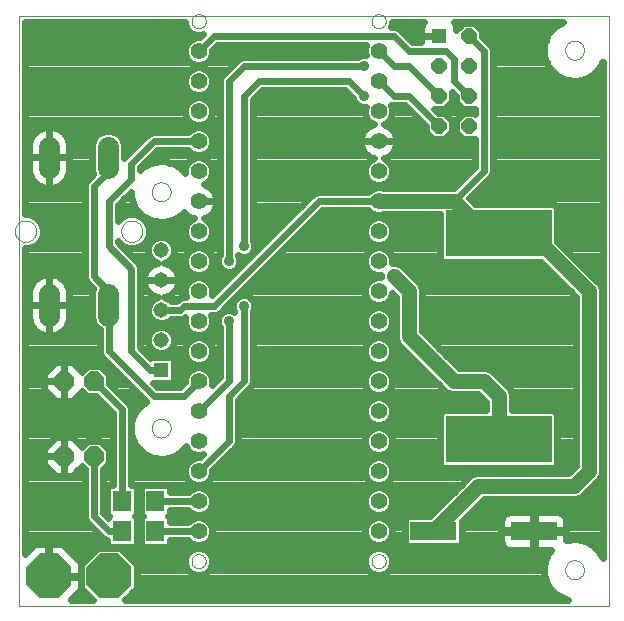
<source format=gtl>
G75*
%MOIN*%
%OFA0B0*%
%FSLAX24Y24*%
%IPPOS*%
%LPD*%
%AMOC8*
5,1,8,0,0,1.08239X$1,22.5*
%
%ADD10C,0.0000*%
%ADD11C,0.0554*%
%ADD12R,0.0515X0.0515*%
%ADD13OC8,0.0515*%
%ADD14C,0.0515*%
%ADD15OC8,0.0660*%
%ADD16R,0.0630X0.0710*%
%ADD17R,0.1535X0.0630*%
%ADD18OC8,0.1500*%
%ADD19R,0.3543X0.1575*%
%ADD20C,0.0705*%
%ADD21C,0.0240*%
%ADD22C,0.0500*%
%ADD23C,0.0356*%
D10*
X001220Y001220D02*
X001220Y020905D01*
X020905Y020905D01*
X020905Y001220D01*
X001220Y001220D01*
X006984Y002720D02*
X006986Y002750D01*
X006992Y002780D01*
X007001Y002809D01*
X007014Y002836D01*
X007031Y002861D01*
X007050Y002884D01*
X007073Y002905D01*
X007098Y002922D01*
X007124Y002936D01*
X007153Y002946D01*
X007182Y002953D01*
X007212Y002956D01*
X007243Y002955D01*
X007273Y002950D01*
X007302Y002941D01*
X007329Y002929D01*
X007355Y002914D01*
X007379Y002895D01*
X007400Y002873D01*
X007418Y002849D01*
X007433Y002822D01*
X007444Y002794D01*
X007452Y002765D01*
X007456Y002735D01*
X007456Y002705D01*
X007452Y002675D01*
X007444Y002646D01*
X007433Y002618D01*
X007418Y002591D01*
X007400Y002567D01*
X007379Y002545D01*
X007355Y002526D01*
X007329Y002511D01*
X007302Y002499D01*
X007273Y002490D01*
X007243Y002485D01*
X007212Y002484D01*
X007182Y002487D01*
X007153Y002494D01*
X007124Y002504D01*
X007098Y002518D01*
X007073Y002535D01*
X007050Y002556D01*
X007031Y002579D01*
X007014Y002604D01*
X007001Y002631D01*
X006992Y002660D01*
X006986Y002690D01*
X006984Y002720D01*
X005655Y007158D02*
X005657Y007193D01*
X005663Y007228D01*
X005673Y007262D01*
X005686Y007295D01*
X005703Y007326D01*
X005724Y007354D01*
X005747Y007381D01*
X005774Y007404D01*
X005802Y007425D01*
X005833Y007442D01*
X005866Y007455D01*
X005900Y007465D01*
X005935Y007471D01*
X005970Y007473D01*
X006005Y007471D01*
X006040Y007465D01*
X006074Y007455D01*
X006107Y007442D01*
X006138Y007425D01*
X006166Y007404D01*
X006193Y007381D01*
X006216Y007354D01*
X006237Y007326D01*
X006254Y007295D01*
X006267Y007262D01*
X006277Y007228D01*
X006283Y007193D01*
X006285Y007158D01*
X006283Y007123D01*
X006277Y007088D01*
X006267Y007054D01*
X006254Y007021D01*
X006237Y006990D01*
X006216Y006962D01*
X006193Y006935D01*
X006166Y006912D01*
X006138Y006891D01*
X006107Y006874D01*
X006074Y006861D01*
X006040Y006851D01*
X006005Y006845D01*
X005970Y006843D01*
X005935Y006845D01*
X005900Y006851D01*
X005866Y006861D01*
X005833Y006874D01*
X005802Y006891D01*
X005774Y006912D01*
X005747Y006935D01*
X005724Y006962D01*
X005703Y006990D01*
X005686Y007021D01*
X005673Y007054D01*
X005663Y007088D01*
X005657Y007123D01*
X005655Y007158D01*
X012984Y002720D02*
X012986Y002750D01*
X012992Y002780D01*
X013001Y002809D01*
X013014Y002836D01*
X013031Y002861D01*
X013050Y002884D01*
X013073Y002905D01*
X013098Y002922D01*
X013124Y002936D01*
X013153Y002946D01*
X013182Y002953D01*
X013212Y002956D01*
X013243Y002955D01*
X013273Y002950D01*
X013302Y002941D01*
X013329Y002929D01*
X013355Y002914D01*
X013379Y002895D01*
X013400Y002873D01*
X013418Y002849D01*
X013433Y002822D01*
X013444Y002794D01*
X013452Y002765D01*
X013456Y002735D01*
X013456Y002705D01*
X013452Y002675D01*
X013444Y002646D01*
X013433Y002618D01*
X013418Y002591D01*
X013400Y002567D01*
X013379Y002545D01*
X013355Y002526D01*
X013329Y002511D01*
X013302Y002499D01*
X013273Y002490D01*
X013243Y002485D01*
X013212Y002484D01*
X013182Y002487D01*
X013153Y002494D01*
X013124Y002504D01*
X013098Y002518D01*
X013073Y002535D01*
X013050Y002556D01*
X013031Y002579D01*
X013014Y002604D01*
X013001Y002631D01*
X012992Y002660D01*
X012986Y002690D01*
X012984Y002720D01*
X019435Y002434D02*
X019437Y002469D01*
X019443Y002504D01*
X019453Y002538D01*
X019466Y002571D01*
X019483Y002602D01*
X019504Y002630D01*
X019527Y002657D01*
X019554Y002680D01*
X019582Y002701D01*
X019613Y002718D01*
X019646Y002731D01*
X019680Y002741D01*
X019715Y002747D01*
X019750Y002749D01*
X019785Y002747D01*
X019820Y002741D01*
X019854Y002731D01*
X019887Y002718D01*
X019918Y002701D01*
X019946Y002680D01*
X019973Y002657D01*
X019996Y002630D01*
X020017Y002602D01*
X020034Y002571D01*
X020047Y002538D01*
X020057Y002504D01*
X020063Y002469D01*
X020065Y002434D01*
X020063Y002399D01*
X020057Y002364D01*
X020047Y002330D01*
X020034Y002297D01*
X020017Y002266D01*
X019996Y002238D01*
X019973Y002211D01*
X019946Y002188D01*
X019918Y002167D01*
X019887Y002150D01*
X019854Y002137D01*
X019820Y002127D01*
X019785Y002121D01*
X019750Y002119D01*
X019715Y002121D01*
X019680Y002127D01*
X019646Y002137D01*
X019613Y002150D01*
X019582Y002167D01*
X019554Y002188D01*
X019527Y002211D01*
X019504Y002238D01*
X019483Y002266D01*
X019466Y002297D01*
X019453Y002330D01*
X019443Y002364D01*
X019437Y002399D01*
X019435Y002434D01*
X004635Y013720D02*
X004637Y013757D01*
X004643Y013794D01*
X004652Y013830D01*
X004666Y013864D01*
X004683Y013897D01*
X004703Y013929D01*
X004726Y013958D01*
X004752Y013984D01*
X004781Y014007D01*
X004812Y014027D01*
X004846Y014044D01*
X004880Y014058D01*
X004916Y014067D01*
X004953Y014073D01*
X004990Y014075D01*
X005027Y014073D01*
X005064Y014067D01*
X005100Y014058D01*
X005134Y014044D01*
X005167Y014027D01*
X005199Y014007D01*
X005228Y013984D01*
X005254Y013958D01*
X005277Y013929D01*
X005297Y013898D01*
X005314Y013864D01*
X005328Y013830D01*
X005337Y013794D01*
X005343Y013757D01*
X005345Y013720D01*
X005343Y013683D01*
X005337Y013646D01*
X005328Y013610D01*
X005314Y013576D01*
X005297Y013543D01*
X005277Y013511D01*
X005254Y013482D01*
X005228Y013456D01*
X005199Y013433D01*
X005168Y013413D01*
X005134Y013396D01*
X005100Y013382D01*
X005064Y013373D01*
X005027Y013367D01*
X004990Y013365D01*
X004953Y013367D01*
X004916Y013373D01*
X004880Y013382D01*
X004846Y013396D01*
X004813Y013413D01*
X004781Y013433D01*
X004752Y013456D01*
X004726Y013482D01*
X004703Y013511D01*
X004683Y013542D01*
X004666Y013576D01*
X004652Y013610D01*
X004643Y013646D01*
X004637Y013683D01*
X004635Y013720D01*
X005655Y015032D02*
X005657Y015067D01*
X005663Y015102D01*
X005673Y015136D01*
X005686Y015169D01*
X005703Y015200D01*
X005724Y015228D01*
X005747Y015255D01*
X005774Y015278D01*
X005802Y015299D01*
X005833Y015316D01*
X005866Y015329D01*
X005900Y015339D01*
X005935Y015345D01*
X005970Y015347D01*
X006005Y015345D01*
X006040Y015339D01*
X006074Y015329D01*
X006107Y015316D01*
X006138Y015299D01*
X006166Y015278D01*
X006193Y015255D01*
X006216Y015228D01*
X006237Y015200D01*
X006254Y015169D01*
X006267Y015136D01*
X006277Y015102D01*
X006283Y015067D01*
X006285Y015032D01*
X006283Y014997D01*
X006277Y014962D01*
X006267Y014928D01*
X006254Y014895D01*
X006237Y014864D01*
X006216Y014836D01*
X006193Y014809D01*
X006166Y014786D01*
X006138Y014765D01*
X006107Y014748D01*
X006074Y014735D01*
X006040Y014725D01*
X006005Y014719D01*
X005970Y014717D01*
X005935Y014719D01*
X005900Y014725D01*
X005866Y014735D01*
X005833Y014748D01*
X005802Y014765D01*
X005774Y014786D01*
X005747Y014809D01*
X005724Y014836D01*
X005703Y014864D01*
X005686Y014895D01*
X005673Y014928D01*
X005663Y014962D01*
X005657Y014997D01*
X005655Y015032D01*
X001095Y013720D02*
X001097Y013757D01*
X001103Y013794D01*
X001112Y013830D01*
X001126Y013864D01*
X001143Y013897D01*
X001163Y013929D01*
X001186Y013958D01*
X001212Y013984D01*
X001241Y014007D01*
X001272Y014027D01*
X001306Y014044D01*
X001340Y014058D01*
X001376Y014067D01*
X001413Y014073D01*
X001450Y014075D01*
X001487Y014073D01*
X001524Y014067D01*
X001560Y014058D01*
X001594Y014044D01*
X001627Y014027D01*
X001659Y014007D01*
X001688Y013984D01*
X001714Y013958D01*
X001737Y013929D01*
X001757Y013898D01*
X001774Y013864D01*
X001788Y013830D01*
X001797Y013794D01*
X001803Y013757D01*
X001805Y013720D01*
X001803Y013683D01*
X001797Y013646D01*
X001788Y013610D01*
X001774Y013576D01*
X001757Y013543D01*
X001737Y013511D01*
X001714Y013482D01*
X001688Y013456D01*
X001659Y013433D01*
X001628Y013413D01*
X001594Y013396D01*
X001560Y013382D01*
X001524Y013373D01*
X001487Y013367D01*
X001450Y013365D01*
X001413Y013367D01*
X001376Y013373D01*
X001340Y013382D01*
X001306Y013396D01*
X001273Y013413D01*
X001241Y013433D01*
X001212Y013456D01*
X001186Y013482D01*
X001163Y013511D01*
X001143Y013542D01*
X001126Y013576D01*
X001112Y013610D01*
X001103Y013646D01*
X001097Y013683D01*
X001095Y013720D01*
X006984Y020720D02*
X006986Y020750D01*
X006992Y020780D01*
X007001Y020809D01*
X007014Y020836D01*
X007031Y020861D01*
X007050Y020884D01*
X007073Y020905D01*
X007098Y020922D01*
X007124Y020936D01*
X007153Y020946D01*
X007182Y020953D01*
X007212Y020956D01*
X007243Y020955D01*
X007273Y020950D01*
X007302Y020941D01*
X007329Y020929D01*
X007355Y020914D01*
X007379Y020895D01*
X007400Y020873D01*
X007418Y020849D01*
X007433Y020822D01*
X007444Y020794D01*
X007452Y020765D01*
X007456Y020735D01*
X007456Y020705D01*
X007452Y020675D01*
X007444Y020646D01*
X007433Y020618D01*
X007418Y020591D01*
X007400Y020567D01*
X007379Y020545D01*
X007355Y020526D01*
X007329Y020511D01*
X007302Y020499D01*
X007273Y020490D01*
X007243Y020485D01*
X007212Y020484D01*
X007182Y020487D01*
X007153Y020494D01*
X007124Y020504D01*
X007098Y020518D01*
X007073Y020535D01*
X007050Y020556D01*
X007031Y020579D01*
X007014Y020604D01*
X007001Y020631D01*
X006992Y020660D01*
X006986Y020690D01*
X006984Y020720D01*
X012984Y020720D02*
X012986Y020750D01*
X012992Y020780D01*
X013001Y020809D01*
X013014Y020836D01*
X013031Y020861D01*
X013050Y020884D01*
X013073Y020905D01*
X013098Y020922D01*
X013124Y020936D01*
X013153Y020946D01*
X013182Y020953D01*
X013212Y020956D01*
X013243Y020955D01*
X013273Y020950D01*
X013302Y020941D01*
X013329Y020929D01*
X013355Y020914D01*
X013379Y020895D01*
X013400Y020873D01*
X013418Y020849D01*
X013433Y020822D01*
X013444Y020794D01*
X013452Y020765D01*
X013456Y020735D01*
X013456Y020705D01*
X013452Y020675D01*
X013444Y020646D01*
X013433Y020618D01*
X013418Y020591D01*
X013400Y020567D01*
X013379Y020545D01*
X013355Y020526D01*
X013329Y020511D01*
X013302Y020499D01*
X013273Y020490D01*
X013243Y020485D01*
X013212Y020484D01*
X013182Y020487D01*
X013153Y020494D01*
X013124Y020504D01*
X013098Y020518D01*
X013073Y020535D01*
X013050Y020556D01*
X013031Y020579D01*
X013014Y020604D01*
X013001Y020631D01*
X012992Y020660D01*
X012986Y020690D01*
X012984Y020720D01*
X019435Y019756D02*
X019437Y019791D01*
X019443Y019826D01*
X019453Y019860D01*
X019466Y019893D01*
X019483Y019924D01*
X019504Y019952D01*
X019527Y019979D01*
X019554Y020002D01*
X019582Y020023D01*
X019613Y020040D01*
X019646Y020053D01*
X019680Y020063D01*
X019715Y020069D01*
X019750Y020071D01*
X019785Y020069D01*
X019820Y020063D01*
X019854Y020053D01*
X019887Y020040D01*
X019918Y020023D01*
X019946Y020002D01*
X019973Y019979D01*
X019996Y019952D01*
X020017Y019924D01*
X020034Y019893D01*
X020047Y019860D01*
X020057Y019826D01*
X020063Y019791D01*
X020065Y019756D01*
X020063Y019721D01*
X020057Y019686D01*
X020047Y019652D01*
X020034Y019619D01*
X020017Y019588D01*
X019996Y019560D01*
X019973Y019533D01*
X019946Y019510D01*
X019918Y019489D01*
X019887Y019472D01*
X019854Y019459D01*
X019820Y019449D01*
X019785Y019443D01*
X019750Y019441D01*
X019715Y019443D01*
X019680Y019449D01*
X019646Y019459D01*
X019613Y019472D01*
X019582Y019489D01*
X019554Y019510D01*
X019527Y019533D01*
X019504Y019560D01*
X019483Y019588D01*
X019466Y019619D01*
X019453Y019652D01*
X019443Y019686D01*
X019437Y019721D01*
X019435Y019756D01*
D11*
X013220Y019720D03*
X013220Y018720D03*
X013220Y017720D03*
X013220Y016720D03*
X013220Y015720D03*
X013220Y014720D03*
X013220Y013720D03*
X013220Y012720D03*
X013220Y011720D03*
X013220Y010720D03*
X013220Y009720D03*
X013220Y008720D03*
X013220Y007720D03*
X013220Y006720D03*
X013220Y005720D03*
X013220Y004720D03*
X013220Y003720D03*
X007220Y003720D03*
X007220Y004720D03*
X007220Y005720D03*
X007220Y006720D03*
X007220Y007720D03*
X007220Y008720D03*
X007220Y009720D03*
X007220Y010720D03*
X007220Y011720D03*
X007220Y012720D03*
X007220Y013720D03*
X007220Y014720D03*
X007220Y015720D03*
X007220Y016720D03*
X007220Y017720D03*
X007220Y018720D03*
X007220Y019720D03*
D12*
X015220Y020220D03*
X005970Y009095D03*
D13*
X015220Y017220D03*
X016220Y017220D03*
X016220Y018220D03*
X016220Y019220D03*
X015220Y019220D03*
X015220Y018220D03*
X016220Y020220D03*
D14*
X005970Y013095D03*
X005970Y012095D03*
X005970Y011095D03*
X005970Y010095D03*
D15*
X003720Y008720D03*
X002720Y008720D03*
X002720Y006220D03*
X003720Y006220D03*
D16*
X004660Y004720D03*
X004660Y003720D03*
X005780Y003720D03*
X005780Y004720D03*
D17*
X015047Y003720D03*
X018393Y003720D03*
D18*
X004220Y002220D03*
X002220Y002220D03*
D19*
X017220Y006779D03*
X017220Y013653D03*
D20*
X004200Y011613D02*
X004200Y010908D01*
X002240Y010908D02*
X002240Y011613D01*
X002240Y015828D02*
X002240Y016533D01*
X004200Y016533D02*
X004200Y015828D01*
D21*
X004200Y015700D02*
X003720Y015220D01*
X003720Y012220D01*
X004200Y011740D01*
X004200Y011260D01*
X004220Y011240D01*
X004220Y009720D01*
X005720Y008220D01*
X006720Y008220D01*
X007220Y008720D01*
X007608Y008979D02*
X007479Y009108D01*
X007311Y009177D01*
X007129Y009177D01*
X006961Y009108D01*
X006832Y008979D01*
X006763Y008811D01*
X006763Y008687D01*
X006596Y008520D01*
X005844Y008520D01*
X005707Y008658D01*
X006302Y008658D01*
X006407Y008763D01*
X006407Y009427D01*
X006302Y009532D01*
X005638Y009532D01*
X005610Y009504D01*
X005270Y009844D01*
X005270Y012530D01*
X005224Y012640D01*
X004520Y013344D01*
X004520Y013377D01*
X004664Y013233D01*
X004876Y013145D01*
X005104Y013145D01*
X005316Y013233D01*
X005477Y013394D01*
X005565Y013606D01*
X005565Y013834D01*
X005477Y014046D01*
X005316Y014207D01*
X005104Y014295D01*
X004876Y014295D01*
X004664Y014207D01*
X004520Y014063D01*
X004520Y014596D01*
X004962Y015038D01*
X004962Y014844D01*
X005098Y014492D01*
X005352Y014214D01*
X005352Y014214D01*
X005689Y014046D01*
X005689Y014046D01*
X006065Y014011D01*
X006427Y014114D01*
X006728Y014341D01*
X006741Y014363D01*
X006765Y014331D01*
X006831Y014265D01*
X006907Y014209D01*
X006991Y014167D01*
X007054Y014146D01*
X006961Y014108D01*
X006832Y013979D01*
X006763Y013811D01*
X006763Y013629D01*
X006832Y013461D01*
X006961Y013332D01*
X007129Y013263D01*
X007311Y013263D01*
X007479Y013332D01*
X007608Y013461D01*
X007677Y013629D01*
X007677Y013811D01*
X007608Y013979D01*
X007479Y014108D01*
X007386Y014146D01*
X007449Y014167D01*
X007533Y014209D01*
X007609Y014265D01*
X007675Y014331D01*
X007731Y014407D01*
X007773Y014491D01*
X007802Y014580D01*
X007817Y014673D01*
X007817Y014720D01*
X007817Y014767D01*
X007802Y014860D01*
X007773Y014949D01*
X007731Y015033D01*
X007675Y015109D01*
X007609Y015175D01*
X007533Y015231D01*
X007449Y015273D01*
X007386Y015294D01*
X007479Y015332D01*
X007608Y015461D01*
X007677Y015629D01*
X007677Y015811D01*
X007608Y015979D01*
X007479Y016108D01*
X007311Y016177D01*
X007129Y016177D01*
X006961Y016108D01*
X006832Y015979D01*
X006763Y015811D01*
X006763Y015666D01*
X006728Y015723D01*
X006728Y015723D01*
X006728Y015723D01*
X006427Y015950D01*
X006065Y016053D01*
X006065Y016053D01*
X005689Y016018D01*
X005352Y015850D01*
X005270Y015760D01*
X005270Y015846D01*
X005844Y016420D01*
X006873Y016420D01*
X006961Y016332D01*
X007129Y016263D01*
X007311Y016263D01*
X007479Y016332D01*
X007608Y016461D01*
X007677Y016629D01*
X007677Y016811D01*
X007608Y016979D01*
X007479Y017108D01*
X007311Y017177D01*
X007129Y017177D01*
X006961Y017108D01*
X006873Y017020D01*
X005660Y017020D01*
X005550Y016974D01*
X005466Y016890D01*
X004732Y016157D01*
X004732Y016638D01*
X004651Y016834D01*
X004502Y016984D01*
X004306Y017065D01*
X004094Y017065D01*
X003898Y016984D01*
X003749Y016834D01*
X003668Y016638D01*
X003668Y015722D01*
X003706Y015630D01*
X003550Y015474D01*
X003466Y015390D01*
X003420Y015280D01*
X003420Y012160D01*
X003466Y012050D01*
X003706Y011810D01*
X003668Y011718D01*
X003668Y010802D01*
X003749Y010606D01*
X003898Y010456D01*
X003920Y010447D01*
X003920Y009660D01*
X003966Y009550D01*
X005466Y008050D01*
X005477Y008039D01*
X005352Y007976D01*
X005098Y007698D01*
X004962Y007346D01*
X004962Y006970D01*
X005098Y006618D01*
X005352Y006340D01*
X005352Y006340D01*
X005689Y006172D01*
X005689Y006172D01*
X006065Y006137D01*
X006427Y006240D01*
X006427Y006240D01*
X006728Y006467D01*
X006728Y006467D01*
X006789Y006566D01*
X006832Y006461D01*
X006961Y006332D01*
X007129Y006263D01*
X007311Y006263D01*
X007358Y006282D01*
X007253Y006177D01*
X007129Y006177D01*
X006961Y006108D01*
X006832Y005979D01*
X006763Y005811D01*
X006763Y005629D01*
X006832Y005461D01*
X006961Y005332D01*
X007129Y005263D01*
X007311Y005263D01*
X007479Y005332D01*
X007608Y005461D01*
X007677Y005629D01*
X007677Y005753D01*
X008390Y006466D01*
X008474Y006550D01*
X008520Y006660D01*
X008520Y008096D01*
X008974Y008550D01*
X009020Y008660D01*
X009020Y011014D01*
X009024Y011017D01*
X009078Y011149D01*
X009078Y011291D01*
X009024Y011423D01*
X008923Y011524D01*
X008791Y011578D01*
X008649Y011578D01*
X008517Y011524D01*
X008416Y011423D01*
X008362Y011291D01*
X008362Y011149D01*
X008412Y011028D01*
X008291Y011078D01*
X008149Y011078D01*
X008017Y011024D01*
X007916Y010923D01*
X007862Y010791D01*
X007862Y010649D01*
X007916Y010517D01*
X007920Y010514D01*
X007920Y008844D01*
X007658Y008582D01*
X007677Y008629D01*
X007677Y008811D01*
X007608Y008979D01*
X007660Y008852D02*
X007920Y008852D01*
X007920Y009091D02*
X007496Y009091D01*
X007471Y009329D02*
X007920Y009329D01*
X007920Y009568D02*
X007652Y009568D01*
X007677Y009629D02*
X007608Y009461D01*
X007479Y009332D01*
X007311Y009263D01*
X007129Y009263D01*
X006961Y009332D01*
X006832Y009461D01*
X006763Y009629D01*
X006763Y009811D01*
X006832Y009979D01*
X006961Y010108D01*
X007129Y010177D01*
X007311Y010177D01*
X007479Y010108D01*
X007608Y009979D01*
X007677Y009811D01*
X007677Y009629D01*
X007677Y009806D02*
X007920Y009806D01*
X007920Y010045D02*
X007542Y010045D01*
X007479Y010332D02*
X007311Y010263D01*
X007129Y010263D01*
X006961Y010332D01*
X006832Y010461D01*
X006763Y010629D01*
X006763Y010811D01*
X006782Y010858D01*
X006765Y010841D01*
X006655Y010795D01*
X006289Y010795D01*
X006218Y010724D01*
X006057Y010658D01*
X005883Y010658D01*
X005722Y010724D01*
X005599Y010847D01*
X005533Y011008D01*
X005533Y011182D01*
X005599Y011343D01*
X005722Y011466D01*
X005868Y011526D01*
X005835Y011532D01*
X005748Y011560D01*
X005667Y011601D01*
X005594Y011655D01*
X005530Y011719D01*
X005476Y011792D01*
X005435Y011873D01*
X005407Y011960D01*
X005393Y012050D01*
X005393Y012095D01*
X005970Y012095D01*
X006547Y012095D01*
X005970Y012095D01*
X005970Y012095D01*
X005970Y012095D01*
X005393Y012095D01*
X005393Y012140D01*
X005407Y012230D01*
X005435Y012317D01*
X005476Y012398D01*
X005530Y012471D01*
X005594Y012535D01*
X005667Y012589D01*
X005748Y012630D01*
X005835Y012658D01*
X005868Y012664D01*
X005722Y012724D01*
X005599Y012847D01*
X005533Y013008D01*
X005533Y013182D01*
X005599Y013343D01*
X005722Y013466D01*
X005883Y013532D01*
X006057Y013532D01*
X006218Y013466D01*
X006341Y013343D01*
X006407Y013182D01*
X006407Y013008D01*
X006341Y012847D01*
X006218Y012724D01*
X006072Y012664D01*
X006105Y012658D01*
X006192Y012630D01*
X006273Y012589D01*
X006346Y012535D01*
X006410Y012471D01*
X006464Y012398D01*
X006505Y012317D01*
X006533Y012230D01*
X006547Y012140D01*
X006547Y012095D01*
X006547Y012050D01*
X006533Y011960D01*
X006505Y011873D01*
X006464Y011792D01*
X006410Y011719D01*
X006346Y011655D01*
X006273Y011601D01*
X006192Y011560D01*
X006105Y011532D01*
X006072Y011526D01*
X006218Y011466D01*
X006289Y011395D01*
X006471Y011395D01*
X006550Y011474D01*
X006660Y011520D01*
X006808Y011520D01*
X006763Y011629D01*
X006763Y011811D01*
X006832Y011979D01*
X006961Y012108D01*
X007129Y012177D01*
X007311Y012177D01*
X007479Y012108D01*
X007608Y011979D01*
X007677Y011811D01*
X007677Y011629D01*
X007658Y011582D01*
X010966Y014890D01*
X011050Y014974D01*
X011160Y015020D01*
X012873Y015020D01*
X012961Y015108D01*
X013129Y015177D01*
X013311Y015177D01*
X013377Y015150D01*
X015726Y015150D01*
X016420Y015844D01*
X016420Y016801D01*
X016401Y016783D01*
X016039Y016783D01*
X015783Y017039D01*
X015783Y017401D01*
X016039Y017657D01*
X016401Y017657D01*
X016420Y017639D01*
X016420Y017801D01*
X016401Y017783D01*
X016039Y017783D01*
X015783Y018039D01*
X015783Y018233D01*
X015657Y018358D01*
X015657Y018039D01*
X015401Y017783D01*
X015082Y017783D01*
X015207Y017657D01*
X015401Y017657D01*
X015657Y017401D01*
X015657Y017039D01*
X015401Y016783D01*
X015039Y016783D01*
X014783Y017039D01*
X014783Y017233D01*
X014096Y017920D01*
X013660Y017920D01*
X013626Y017934D01*
X013677Y017811D01*
X013677Y017629D01*
X013608Y017461D01*
X013479Y017332D01*
X013386Y017294D01*
X013449Y017273D01*
X013533Y017231D01*
X013609Y017175D01*
X013675Y017109D01*
X013731Y017033D01*
X013773Y016949D01*
X013802Y016860D01*
X013817Y016767D01*
X013817Y016720D01*
X013220Y016720D01*
X013220Y016720D01*
X013817Y016720D01*
X013817Y016673D01*
X013802Y016580D01*
X013773Y016491D01*
X013731Y016407D01*
X013675Y016331D01*
X013609Y016265D01*
X013533Y016209D01*
X013449Y016167D01*
X013386Y016146D01*
X013479Y016108D01*
X013608Y015979D01*
X013677Y015811D01*
X013677Y015629D01*
X013608Y015461D01*
X013479Y015332D01*
X013311Y015263D01*
X013129Y015263D01*
X012961Y015332D01*
X012832Y015461D01*
X012763Y015629D01*
X012763Y015811D01*
X012832Y015979D01*
X012961Y016108D01*
X013054Y016146D01*
X012991Y016167D01*
X012907Y016209D01*
X012831Y016265D01*
X012765Y016331D01*
X012709Y016407D01*
X012667Y016491D01*
X012638Y016580D01*
X012623Y016673D01*
X012623Y016720D01*
X013220Y016720D01*
X013220Y016720D01*
X012623Y016720D01*
X012623Y016767D01*
X012638Y016860D01*
X012667Y016949D01*
X012709Y017033D01*
X012765Y017109D01*
X012831Y017175D01*
X012907Y017231D01*
X012991Y017273D01*
X013054Y017294D01*
X012961Y017332D01*
X012832Y017461D01*
X012763Y017629D01*
X012763Y017811D01*
X012784Y017862D01*
X012649Y017862D01*
X012517Y017916D01*
X012416Y018017D01*
X012362Y018149D01*
X012362Y018154D01*
X012096Y018420D01*
X009344Y018420D01*
X009020Y018096D01*
X009020Y013426D01*
X009024Y013423D01*
X009078Y013291D01*
X009078Y013149D01*
X009024Y013017D01*
X008923Y012916D01*
X008791Y012862D01*
X008649Y012862D01*
X008528Y012912D01*
X008578Y012791D01*
X008578Y012649D01*
X008524Y012517D01*
X008423Y012416D01*
X008291Y012362D01*
X008149Y012362D01*
X008017Y012416D01*
X007916Y012517D01*
X007862Y012649D01*
X007862Y012791D01*
X007916Y012923D01*
X007920Y012926D01*
X007920Y018780D01*
X007966Y018890D01*
X008050Y018974D01*
X008550Y019474D01*
X008660Y019520D01*
X012514Y019520D01*
X012517Y019524D01*
X012649Y019578D01*
X012784Y019578D01*
X012763Y019629D01*
X012763Y019811D01*
X012808Y019920D01*
X007844Y019920D01*
X007677Y019753D01*
X007677Y019629D01*
X007608Y019461D01*
X007479Y019332D01*
X007311Y019263D01*
X007129Y019263D01*
X006961Y019332D01*
X006832Y019461D01*
X006763Y019629D01*
X006763Y019811D01*
X006832Y019979D01*
X006961Y020108D01*
X007129Y020177D01*
X007253Y020177D01*
X007360Y020284D01*
X007311Y020264D01*
X007129Y020264D01*
X006962Y020333D01*
X006833Y020462D01*
X006764Y020629D01*
X006764Y020685D01*
X001440Y020685D01*
X001440Y014295D01*
X001564Y014295D01*
X001776Y014207D01*
X001937Y014046D01*
X002025Y013834D01*
X002025Y013606D01*
X001937Y013394D01*
X001776Y013233D01*
X001564Y013145D01*
X001440Y013145D01*
X001440Y002953D01*
X001777Y003290D01*
X002202Y003290D01*
X002202Y002238D01*
X002238Y002238D01*
X002238Y003290D01*
X002663Y003290D01*
X003290Y002663D01*
X003290Y002238D01*
X002238Y002238D01*
X002238Y002202D01*
X003290Y002202D01*
X003290Y001777D01*
X002953Y001440D01*
X003685Y001440D01*
X003290Y001835D01*
X003290Y002605D01*
X003835Y003150D01*
X004605Y003150D01*
X005150Y002605D01*
X005150Y001835D01*
X004755Y001440D01*
X019549Y001440D01*
X019469Y001447D01*
X019469Y001447D01*
X019132Y001615D01*
X019132Y001615D01*
X018878Y001894D01*
X018878Y001894D01*
X018742Y002245D01*
X018742Y002622D01*
X018878Y002973D01*
X018878Y002973D01*
X018980Y003085D01*
X018431Y003085D01*
X018431Y003683D01*
X018431Y003757D01*
X019481Y003757D01*
X019481Y004066D01*
X019469Y004128D01*
X019445Y004187D01*
X019410Y004239D01*
X019365Y004284D01*
X019313Y004319D01*
X019254Y004343D01*
X019192Y004355D01*
X018431Y004355D01*
X018431Y003757D01*
X018356Y003757D01*
X018356Y003683D01*
X017306Y003683D01*
X017306Y003374D01*
X017318Y003312D01*
X017342Y003253D01*
X017377Y003201D01*
X017422Y003156D01*
X017474Y003121D01*
X017532Y003097D01*
X017594Y003085D01*
X018356Y003085D01*
X018356Y003683D01*
X018431Y003683D01*
X019481Y003683D01*
X019481Y003421D01*
X019844Y003455D01*
X019844Y003455D01*
X020207Y003351D01*
X020207Y003351D01*
X020507Y003124D01*
X020507Y003124D01*
X020507Y003124D01*
X020685Y002837D01*
X020685Y019353D01*
X020507Y019066D01*
X020507Y019066D01*
X020507Y019066D01*
X020207Y018839D01*
X020207Y018839D01*
X019844Y018735D01*
X019844Y018735D01*
X019469Y018770D01*
X019469Y018770D01*
X019132Y018938D01*
X019132Y018938D01*
X018878Y019217D01*
X018878Y019217D01*
X018742Y019568D01*
X018742Y019945D01*
X018878Y020296D01*
X018878Y020296D01*
X019132Y020575D01*
X019132Y020575D01*
X019353Y020685D01*
X015722Y020685D01*
X015726Y020681D01*
X015761Y020629D01*
X015785Y020571D01*
X015797Y020509D01*
X015797Y020416D01*
X016039Y020657D01*
X016401Y020657D01*
X016657Y020401D01*
X016657Y020207D01*
X016890Y019974D01*
X016974Y019890D01*
X017020Y019780D01*
X017020Y015660D01*
X016974Y015550D01*
X016236Y014812D01*
X016428Y014620D01*
X019066Y014620D01*
X019172Y014515D01*
X019172Y013376D01*
X020585Y011964D01*
X020650Y011806D01*
X020650Y005634D01*
X020585Y005476D01*
X020464Y005355D01*
X019964Y004855D01*
X019806Y004790D01*
X016725Y004790D01*
X015994Y004060D01*
X015994Y003330D01*
X015889Y003225D01*
X014204Y003225D01*
X014099Y003330D01*
X014099Y004110D01*
X014204Y004215D01*
X014934Y004215D01*
X016182Y005464D01*
X016303Y005585D01*
X016461Y005650D01*
X019542Y005650D01*
X019790Y005898D01*
X019790Y011542D01*
X018646Y012686D01*
X015374Y012686D01*
X015268Y012791D01*
X015268Y014290D01*
X013377Y014290D01*
X013311Y014263D01*
X013129Y014263D01*
X012961Y014332D01*
X012873Y014420D01*
X011344Y014420D01*
X007890Y010966D01*
X007780Y010920D01*
X007632Y010920D01*
X007677Y010811D01*
X007677Y010629D01*
X007608Y010461D01*
X007479Y010332D01*
X007360Y010283D02*
X007920Y010283D01*
X007915Y010522D02*
X007633Y010522D01*
X007677Y010760D02*
X007862Y010760D01*
X007923Y010999D02*
X007992Y010999D01*
X008161Y011237D02*
X008362Y011237D01*
X008400Y011476D02*
X008469Y011476D01*
X008638Y011714D02*
X012763Y011714D01*
X012763Y011629D02*
X012832Y011461D01*
X012961Y011332D01*
X013129Y011263D01*
X013311Y011263D01*
X013479Y011332D01*
X013608Y011461D01*
X013677Y011629D01*
X013677Y011655D01*
X013790Y011542D01*
X013790Y010134D01*
X013855Y009976D01*
X015355Y008476D01*
X015476Y008355D01*
X015634Y008290D01*
X016542Y008290D01*
X016790Y008042D01*
X016790Y007746D01*
X015374Y007746D01*
X015268Y007641D01*
X015268Y005917D01*
X015374Y005812D01*
X019066Y005812D01*
X019172Y005917D01*
X019172Y007641D01*
X019066Y007746D01*
X017650Y007746D01*
X017650Y008306D01*
X017585Y008464D01*
X017085Y008964D01*
X016964Y009085D01*
X016806Y009150D01*
X015898Y009150D01*
X014650Y010398D01*
X014650Y011806D01*
X014585Y011964D01*
X014464Y012085D01*
X014464Y012085D01*
X013964Y012585D01*
X013806Y012650D01*
X013677Y012650D01*
X013677Y012811D01*
X013608Y012979D01*
X013479Y013108D01*
X013311Y013177D01*
X013129Y013177D01*
X012961Y013108D01*
X012832Y012979D01*
X012763Y012811D01*
X012763Y012629D01*
X012832Y012461D01*
X012961Y012332D01*
X013129Y012263D01*
X013290Y012263D01*
X013290Y012177D01*
X013129Y012177D01*
X012961Y012108D01*
X012832Y011979D01*
X012763Y011811D01*
X012763Y011629D01*
X012826Y011476D02*
X008971Y011476D01*
X009078Y011237D02*
X013790Y011237D01*
X013790Y010999D02*
X013588Y010999D01*
X013608Y010979D02*
X013479Y011108D01*
X013311Y011177D01*
X013129Y011177D01*
X012961Y011108D01*
X012832Y010979D01*
X012763Y010811D01*
X012763Y010629D01*
X012832Y010461D01*
X012961Y010332D01*
X013129Y010263D01*
X013311Y010263D01*
X013479Y010332D01*
X013608Y010461D01*
X013677Y010629D01*
X013677Y010811D01*
X013608Y010979D01*
X013677Y010760D02*
X013790Y010760D01*
X013790Y010522D02*
X013633Y010522D01*
X013790Y010283D02*
X013360Y010283D01*
X013311Y010177D02*
X013129Y010177D01*
X012961Y010108D01*
X012832Y009979D01*
X012763Y009811D01*
X012763Y009629D01*
X012832Y009461D01*
X012961Y009332D01*
X013129Y009263D01*
X013311Y009263D01*
X013479Y009332D01*
X013608Y009461D01*
X013677Y009629D01*
X013677Y009811D01*
X013608Y009979D01*
X013479Y010108D01*
X013311Y010177D01*
X013080Y010283D02*
X009020Y010283D01*
X009020Y010045D02*
X012898Y010045D01*
X012763Y009806D02*
X009020Y009806D01*
X009020Y009568D02*
X012788Y009568D01*
X012969Y009329D02*
X009020Y009329D01*
X009020Y009091D02*
X012944Y009091D01*
X012961Y009108D02*
X012832Y008979D01*
X012763Y008811D01*
X012763Y008629D01*
X012832Y008461D01*
X012961Y008332D01*
X013129Y008263D01*
X013311Y008263D01*
X013479Y008332D01*
X013608Y008461D01*
X013677Y008629D01*
X013677Y008811D01*
X013608Y008979D01*
X013479Y009108D01*
X013311Y009177D01*
X013129Y009177D01*
X012961Y009108D01*
X012780Y008852D02*
X009020Y008852D01*
X009001Y008614D02*
X012769Y008614D01*
X012918Y008375D02*
X008799Y008375D01*
X008561Y008137D02*
X013031Y008137D01*
X012961Y008108D02*
X013129Y008177D01*
X013311Y008177D01*
X013479Y008108D01*
X013608Y007979D01*
X013677Y007811D01*
X013677Y007629D01*
X013608Y007461D01*
X013479Y007332D01*
X013311Y007263D01*
X013129Y007263D01*
X012961Y007332D01*
X012832Y007461D01*
X012763Y007629D01*
X012763Y007811D01*
X012832Y007979D01*
X012961Y008108D01*
X012799Y007898D02*
X008520Y007898D01*
X008520Y007660D02*
X012763Y007660D01*
X012872Y007421D02*
X008520Y007421D01*
X008520Y007183D02*
X015268Y007183D01*
X015268Y007421D02*
X013568Y007421D01*
X013677Y007660D02*
X015287Y007660D01*
X015268Y006944D02*
X013622Y006944D01*
X013608Y006979D02*
X013479Y007108D01*
X013311Y007177D01*
X013129Y007177D01*
X012961Y007108D01*
X012832Y006979D01*
X012763Y006811D01*
X012763Y006629D01*
X012832Y006461D01*
X012961Y006332D01*
X013129Y006263D01*
X013311Y006263D01*
X013479Y006332D01*
X013608Y006461D01*
X013677Y006629D01*
X013677Y006811D01*
X013608Y006979D01*
X013677Y006706D02*
X015268Y006706D01*
X015268Y006467D02*
X013610Y006467D01*
X013479Y006108D02*
X013311Y006177D01*
X013129Y006177D01*
X012961Y006108D01*
X012832Y005979D01*
X012763Y005811D01*
X012763Y005629D01*
X012832Y005461D01*
X012961Y005332D01*
X013129Y005263D01*
X013311Y005263D01*
X013479Y005332D01*
X013608Y005461D01*
X013677Y005629D01*
X013677Y005811D01*
X013608Y005979D01*
X013479Y006108D01*
X013597Y005990D02*
X015268Y005990D01*
X015268Y006229D02*
X008153Y006229D01*
X008391Y006467D02*
X012830Y006467D01*
X012763Y006706D02*
X008520Y006706D01*
X008520Y006944D02*
X012818Y006944D01*
X012843Y005990D02*
X007914Y005990D01*
X007677Y005752D02*
X012763Y005752D01*
X012811Y005513D02*
X007629Y005513D01*
X007339Y005275D02*
X013101Y005275D01*
X013129Y005177D02*
X012961Y005108D01*
X012832Y004979D01*
X012763Y004811D01*
X012763Y004629D01*
X012832Y004461D01*
X012961Y004332D01*
X013129Y004263D01*
X013311Y004263D01*
X013479Y004332D01*
X013608Y004461D01*
X013677Y004629D01*
X013677Y004811D01*
X013608Y004979D01*
X013479Y005108D01*
X013311Y005177D01*
X013129Y005177D01*
X013339Y005275D02*
X015993Y005275D01*
X016232Y005513D02*
X013629Y005513D01*
X013677Y005752D02*
X019643Y005752D01*
X019790Y005990D02*
X019172Y005990D01*
X019172Y006229D02*
X019790Y006229D01*
X019790Y006467D02*
X019172Y006467D01*
X019172Y006706D02*
X019790Y006706D01*
X019790Y006944D02*
X019172Y006944D01*
X019172Y007183D02*
X019790Y007183D01*
X019790Y007421D02*
X019172Y007421D01*
X019153Y007660D02*
X019790Y007660D01*
X019790Y007898D02*
X017650Y007898D01*
X017650Y008137D02*
X019790Y008137D01*
X019790Y008375D02*
X017621Y008375D01*
X017435Y008614D02*
X019790Y008614D01*
X019790Y008852D02*
X017196Y008852D01*
X017085Y008964D02*
X017085Y008964D01*
X016949Y009091D02*
X019790Y009091D01*
X019790Y009329D02*
X015719Y009329D01*
X015481Y009568D02*
X019790Y009568D01*
X019790Y009806D02*
X015242Y009806D01*
X015004Y010045D02*
X019790Y010045D01*
X019790Y010283D02*
X014765Y010283D01*
X014650Y010522D02*
X019790Y010522D01*
X019790Y010760D02*
X014650Y010760D01*
X014650Y010999D02*
X019790Y010999D01*
X019790Y011237D02*
X014650Y011237D01*
X014650Y011476D02*
X019790Y011476D01*
X019618Y011714D02*
X014650Y011714D01*
X014589Y011953D02*
X019379Y011953D01*
X019141Y012191D02*
X014357Y012191D01*
X014119Y012430D02*
X018902Y012430D01*
X018664Y012668D02*
X013677Y012668D01*
X013638Y012907D02*
X015268Y012907D01*
X015268Y013145D02*
X013389Y013145D01*
X013311Y013263D02*
X013129Y013263D01*
X012961Y013332D01*
X012832Y013461D01*
X012763Y013629D01*
X012763Y013811D01*
X012832Y013979D01*
X012961Y014108D01*
X013129Y014177D01*
X013311Y014177D01*
X013479Y014108D01*
X013608Y013979D01*
X013677Y013811D01*
X013677Y013629D01*
X013608Y013461D01*
X013479Y013332D01*
X013311Y013263D01*
X013530Y013384D02*
X015268Y013384D01*
X015268Y013622D02*
X013674Y013622D01*
X013657Y013861D02*
X015268Y013861D01*
X015268Y014099D02*
X013488Y014099D01*
X012952Y014099D02*
X011023Y014099D01*
X010785Y013861D02*
X012783Y013861D01*
X012766Y013622D02*
X010546Y013622D01*
X010308Y013384D02*
X012910Y013384D01*
X013051Y013145D02*
X010069Y013145D01*
X009831Y012907D02*
X012802Y012907D01*
X012763Y012668D02*
X009592Y012668D01*
X009354Y012430D02*
X012864Y012430D01*
X012821Y011953D02*
X008877Y011953D01*
X009115Y012191D02*
X013290Y012191D01*
X013614Y011476D02*
X013790Y011476D01*
X012852Y010999D02*
X009020Y010999D01*
X009020Y010760D02*
X012763Y010760D01*
X012807Y010522D02*
X009020Y010522D01*
X008220Y010720D02*
X008220Y008720D01*
X007220Y007720D01*
X007671Y008614D02*
X007689Y008614D01*
X008220Y008220D02*
X008720Y008720D01*
X008720Y011220D01*
X008028Y011953D02*
X007619Y011953D01*
X007677Y011714D02*
X007790Y011714D01*
X007720Y011220D02*
X011220Y014720D01*
X013220Y014720D01*
X012906Y015053D02*
X009020Y015053D01*
X009020Y014815D02*
X010890Y014815D01*
X010652Y014576D02*
X009020Y014576D01*
X009020Y014338D02*
X010413Y014338D01*
X010175Y014099D02*
X009020Y014099D01*
X009020Y013861D02*
X009936Y013861D01*
X009698Y013622D02*
X009020Y013622D01*
X009040Y013384D02*
X009459Y013384D01*
X009221Y013145D02*
X009077Y013145D01*
X008982Y012907D02*
X008899Y012907D01*
X008744Y012668D02*
X008578Y012668D01*
X008541Y012907D02*
X008530Y012907D01*
X008220Y012720D02*
X008220Y018720D01*
X008720Y019220D01*
X012720Y019220D01*
X012781Y019585D02*
X007659Y019585D01*
X007747Y019823D02*
X012768Y019823D01*
X013220Y019720D02*
X013720Y019220D01*
X014220Y019220D01*
X015220Y018220D01*
X015534Y017915D02*
X015906Y017915D01*
X015783Y018154D02*
X015657Y018154D01*
X016220Y018220D02*
X015720Y018720D01*
X015720Y019470D01*
X015470Y019720D01*
X014220Y019720D01*
X013720Y020220D01*
X007720Y020220D01*
X007220Y019720D01*
X006947Y019346D02*
X001440Y019346D01*
X001440Y019108D02*
X006961Y019108D01*
X006832Y018979D01*
X006763Y018811D01*
X006763Y018629D01*
X006832Y018461D01*
X006961Y018332D01*
X007129Y018263D01*
X007311Y018263D01*
X007479Y018332D01*
X007608Y018461D01*
X007677Y018629D01*
X007677Y018811D01*
X007608Y018979D01*
X007479Y019108D01*
X007311Y019177D01*
X007129Y019177D01*
X006961Y019108D01*
X006787Y018869D02*
X001440Y018869D01*
X001440Y018631D02*
X006763Y018631D01*
X006901Y018392D02*
X001440Y018392D01*
X001440Y018154D02*
X007072Y018154D01*
X007129Y018177D02*
X006961Y018108D01*
X006832Y017979D01*
X006763Y017811D01*
X006763Y017629D01*
X006832Y017461D01*
X006961Y017332D01*
X007129Y017263D01*
X007311Y017263D01*
X007479Y017332D01*
X007608Y017461D01*
X007677Y017629D01*
X007677Y017811D01*
X007608Y017979D01*
X007479Y018108D01*
X007311Y018177D01*
X007129Y018177D01*
X007368Y018154D02*
X007920Y018154D01*
X007920Y018392D02*
X007539Y018392D01*
X007677Y018631D02*
X007920Y018631D01*
X007957Y018869D02*
X007653Y018869D01*
X007479Y019108D02*
X008183Y019108D01*
X008422Y019346D02*
X007493Y019346D01*
X006781Y019585D02*
X001440Y019585D01*
X001440Y019823D02*
X006768Y019823D01*
X006915Y020062D02*
X001440Y020062D01*
X001440Y020300D02*
X007042Y020300D01*
X006801Y020539D02*
X001440Y020539D01*
X001440Y017915D02*
X006806Y017915D01*
X006763Y017677D02*
X001440Y017677D01*
X001440Y017438D02*
X006855Y017438D01*
X007585Y017438D02*
X007920Y017438D01*
X007920Y017200D02*
X002326Y017200D01*
X002284Y017205D02*
X002240Y017205D01*
X002240Y016180D01*
X002240Y016180D01*
X002912Y016180D01*
X002912Y016577D01*
X002901Y016664D01*
X002878Y016749D01*
X002844Y016831D01*
X002800Y016907D01*
X002747Y016977D01*
X002684Y017039D01*
X002614Y017093D01*
X002538Y017137D01*
X002457Y017171D01*
X002371Y017193D01*
X002284Y017205D01*
X002240Y017205D02*
X002196Y017205D01*
X002109Y017193D01*
X002023Y017171D01*
X001942Y017137D01*
X001866Y017093D01*
X001796Y017039D01*
X001733Y016977D01*
X001680Y016907D01*
X001636Y016831D01*
X001602Y016749D01*
X001579Y016664D01*
X001568Y016577D01*
X001568Y016180D01*
X001568Y015783D01*
X001579Y015696D01*
X001602Y015611D01*
X001636Y015529D01*
X001680Y015453D01*
X001733Y015383D01*
X001796Y015321D01*
X001866Y015267D01*
X001942Y015223D01*
X002023Y015189D01*
X002109Y015167D01*
X002196Y015155D01*
X002240Y015155D01*
X002284Y015155D01*
X002371Y015167D01*
X002457Y015189D01*
X002538Y015223D01*
X002614Y015267D01*
X002684Y015321D01*
X002747Y015383D01*
X002800Y015453D01*
X002844Y015529D01*
X002878Y015611D01*
X002901Y015696D01*
X002912Y015783D01*
X002912Y016180D01*
X002240Y016180D01*
X002240Y016180D01*
X002240Y016180D01*
X001568Y016180D01*
X002240Y016180D01*
X002240Y017205D01*
X002240Y017200D02*
X002240Y017200D01*
X002154Y017200D02*
X001440Y017200D01*
X001440Y016961D02*
X001721Y016961D01*
X001595Y016723D02*
X001440Y016723D01*
X001440Y016484D02*
X001568Y016484D01*
X001568Y016246D02*
X001440Y016246D01*
X001440Y016007D02*
X001568Y016007D01*
X001569Y015769D02*
X001440Y015769D01*
X001440Y015530D02*
X001635Y015530D01*
X001440Y015292D02*
X001834Y015292D01*
X001440Y015053D02*
X003420Y015053D01*
X003420Y014815D02*
X001440Y014815D01*
X001440Y014576D02*
X003420Y014576D01*
X003420Y014338D02*
X001440Y014338D01*
X001884Y014099D02*
X003420Y014099D01*
X003420Y013861D02*
X002014Y013861D01*
X002025Y013622D02*
X003420Y013622D01*
X003420Y013384D02*
X001927Y013384D01*
X001564Y013145D02*
X003420Y013145D01*
X003420Y012907D02*
X001440Y012907D01*
X001440Y012668D02*
X003420Y012668D01*
X003420Y012430D02*
X001440Y012430D01*
X001440Y012191D02*
X001897Y012191D01*
X001866Y012173D02*
X001796Y012119D01*
X001733Y012057D01*
X001680Y011987D01*
X001636Y011911D01*
X001602Y011829D01*
X001579Y011744D01*
X001568Y011657D01*
X001568Y011260D01*
X001568Y010863D01*
X001579Y010776D01*
X001602Y010691D01*
X001636Y010609D01*
X001680Y010533D01*
X001733Y010463D01*
X001796Y010401D01*
X001866Y010347D01*
X001942Y010303D01*
X002023Y010269D01*
X002109Y010247D01*
X002196Y010235D01*
X002240Y010235D01*
X002284Y010235D01*
X002371Y010247D01*
X002457Y010269D01*
X002538Y010303D01*
X002614Y010347D01*
X002684Y010401D01*
X002747Y010463D01*
X002800Y010533D01*
X002844Y010609D01*
X002878Y010691D01*
X002901Y010776D01*
X002912Y010863D01*
X002912Y011260D01*
X002912Y011657D01*
X002901Y011744D01*
X002878Y011829D01*
X002844Y011911D01*
X002800Y011987D01*
X002747Y012057D01*
X002684Y012119D01*
X002614Y012173D01*
X002538Y012217D01*
X002457Y012251D01*
X002371Y012273D01*
X002284Y012285D01*
X002240Y012285D01*
X002240Y011260D01*
X002240Y011260D01*
X002912Y011260D01*
X002240Y011260D01*
X002240Y011260D01*
X002240Y011260D01*
X001568Y011260D01*
X002240Y011260D01*
X002240Y012285D01*
X002196Y012285D01*
X002109Y012273D01*
X002023Y012251D01*
X001942Y012217D01*
X001866Y012173D01*
X001660Y011953D02*
X001440Y011953D01*
X001440Y011714D02*
X001575Y011714D01*
X001568Y011476D02*
X001440Y011476D01*
X001440Y011237D02*
X001568Y011237D01*
X001568Y010999D02*
X001440Y010999D01*
X001440Y010760D02*
X001583Y010760D01*
X001689Y010522D02*
X001440Y010522D01*
X001440Y010283D02*
X001990Y010283D01*
X002240Y010283D02*
X002240Y010283D01*
X002240Y010235D02*
X002240Y011260D01*
X002240Y011260D01*
X002240Y010235D01*
X002490Y010283D02*
X003920Y010283D01*
X003920Y010045D02*
X001440Y010045D01*
X001440Y009806D02*
X003920Y009806D01*
X003958Y009568D02*
X001440Y009568D01*
X001440Y009329D02*
X002410Y009329D01*
X002451Y009370D02*
X002070Y008989D01*
X002070Y008720D01*
X002720Y008720D01*
X002720Y008720D01*
X002720Y009370D01*
X002989Y009370D01*
X003319Y009040D01*
X003509Y009230D01*
X003931Y009230D01*
X004230Y008931D01*
X004230Y008634D01*
X004914Y007950D01*
X004960Y007840D01*
X004960Y005255D01*
X005050Y005255D01*
X005155Y005149D01*
X005155Y004291D01*
X005085Y004220D01*
X005155Y004149D01*
X005155Y003291D01*
X005050Y003185D01*
X004271Y003185D01*
X004165Y003291D01*
X004165Y003420D01*
X004160Y003420D01*
X004050Y003466D01*
X003550Y003966D01*
X003466Y004050D01*
X003420Y004160D01*
X003420Y005799D01*
X003319Y005900D01*
X002989Y005570D01*
X002720Y005570D01*
X002720Y006220D01*
X002720Y006220D01*
X002720Y006870D01*
X002989Y006870D01*
X003319Y006540D01*
X003509Y006730D01*
X003931Y006730D01*
X004230Y006431D01*
X004230Y006009D01*
X004020Y005799D01*
X004020Y004344D01*
X004190Y004174D01*
X004236Y004220D01*
X004165Y004291D01*
X004165Y005149D01*
X004271Y005255D01*
X004360Y005255D01*
X004360Y007656D01*
X003806Y008210D01*
X003509Y008210D01*
X003319Y008400D01*
X002989Y008070D01*
X002720Y008070D01*
X002720Y008720D01*
X002720Y008720D01*
X002720Y008720D01*
X002720Y009370D01*
X002451Y009370D01*
X002720Y009329D02*
X002720Y009329D01*
X002720Y009091D02*
X002720Y009091D01*
X002720Y008852D02*
X002720Y008852D01*
X002720Y008720D02*
X002070Y008720D01*
X002070Y008451D01*
X002451Y008070D01*
X002720Y008070D01*
X002720Y008720D01*
X002720Y008614D02*
X002720Y008614D01*
X002720Y008375D02*
X002720Y008375D01*
X002720Y008137D02*
X002720Y008137D01*
X003056Y008137D02*
X003879Y008137D01*
X004118Y007898D02*
X001440Y007898D01*
X001440Y007660D02*
X004356Y007660D01*
X004360Y007421D02*
X001440Y007421D01*
X001440Y007183D02*
X004360Y007183D01*
X004360Y006944D02*
X001440Y006944D01*
X001440Y006706D02*
X002286Y006706D01*
X002451Y006870D02*
X002070Y006489D01*
X002070Y006220D01*
X002720Y006220D01*
X002720Y006870D01*
X002451Y006870D01*
X002720Y006706D02*
X002720Y006706D01*
X002720Y006467D02*
X002720Y006467D01*
X002720Y006229D02*
X002720Y006229D01*
X002720Y006220D02*
X002720Y006220D01*
X002720Y006220D01*
X002720Y005570D01*
X002451Y005570D01*
X002070Y005951D01*
X002070Y006220D01*
X002720Y006220D01*
X002720Y005990D02*
X002720Y005990D01*
X002720Y005752D02*
X002720Y005752D01*
X003171Y005752D02*
X003420Y005752D01*
X003420Y005513D02*
X001440Y005513D01*
X001440Y005275D02*
X003420Y005275D01*
X003420Y005036D02*
X001440Y005036D01*
X001440Y004798D02*
X003420Y004798D01*
X003420Y004559D02*
X001440Y004559D01*
X001440Y004321D02*
X003420Y004321D01*
X003452Y004082D02*
X001440Y004082D01*
X001440Y003844D02*
X003672Y003844D01*
X003911Y003605D02*
X001440Y003605D01*
X001440Y003367D02*
X004165Y003367D01*
X004220Y003720D02*
X003720Y004220D01*
X003720Y006220D01*
X004194Y006467D02*
X004360Y006467D01*
X004360Y006229D02*
X004230Y006229D01*
X004211Y005990D02*
X004360Y005990D01*
X004360Y005752D02*
X004020Y005752D01*
X004020Y005513D02*
X004360Y005513D01*
X004360Y005275D02*
X004020Y005275D01*
X004020Y005036D02*
X004165Y005036D01*
X004165Y004798D02*
X004020Y004798D01*
X004020Y004559D02*
X004165Y004559D01*
X004165Y004321D02*
X004044Y004321D01*
X004660Y004720D02*
X004660Y007780D01*
X003720Y008720D01*
X003369Y009091D02*
X003269Y009091D01*
X003030Y009329D02*
X004187Y009329D01*
X004071Y009091D02*
X004425Y009091D01*
X004230Y008852D02*
X004664Y008852D01*
X004902Y008614D02*
X004251Y008614D01*
X004489Y008375D02*
X005141Y008375D01*
X005379Y008137D02*
X004728Y008137D01*
X004936Y007898D02*
X005281Y007898D01*
X005352Y007976D02*
X005352Y007976D01*
X005098Y007698D02*
X005098Y007698D01*
X005083Y007660D02*
X004960Y007660D01*
X004960Y007421D02*
X004991Y007421D01*
X004962Y007183D02*
X004960Y007183D01*
X004960Y006944D02*
X004972Y006944D01*
X004960Y006706D02*
X005064Y006706D01*
X005098Y006618D02*
X005098Y006618D01*
X004960Y006467D02*
X005236Y006467D01*
X004960Y006229D02*
X005576Y006229D01*
X006065Y006137D02*
X006065Y006137D01*
X006386Y006229D02*
X007304Y006229D01*
X006843Y005990D02*
X004960Y005990D01*
X004960Y005752D02*
X006763Y005752D01*
X006811Y005513D02*
X004960Y005513D01*
X004960Y005275D02*
X007101Y005275D01*
X007129Y005177D02*
X006961Y005108D01*
X006873Y005020D01*
X006275Y005020D01*
X006275Y005149D01*
X006169Y005255D01*
X005390Y005255D01*
X005285Y005149D01*
X005285Y004291D01*
X005355Y004220D01*
X005285Y004149D01*
X005285Y003291D01*
X005390Y003185D01*
X006169Y003185D01*
X006275Y003291D01*
X006275Y003420D01*
X006873Y003420D01*
X006961Y003332D01*
X007129Y003263D01*
X007311Y003263D01*
X007479Y003332D01*
X007608Y003461D01*
X007677Y003629D01*
X007677Y003811D01*
X007608Y003979D01*
X007479Y004108D01*
X007311Y004177D01*
X007129Y004177D01*
X006961Y004108D01*
X006873Y004020D01*
X006275Y004020D01*
X006275Y004149D01*
X006204Y004220D01*
X006275Y004291D01*
X006275Y004420D01*
X006873Y004420D01*
X006961Y004332D01*
X007129Y004263D01*
X007311Y004263D01*
X007479Y004332D01*
X007608Y004461D01*
X007677Y004629D01*
X007677Y004811D01*
X007608Y004979D01*
X007479Y005108D01*
X007311Y005177D01*
X007129Y005177D01*
X006889Y005036D02*
X006275Y005036D01*
X005780Y004720D02*
X007220Y004720D01*
X007551Y005036D02*
X012889Y005036D01*
X012763Y004798D02*
X007677Y004798D01*
X007648Y004559D02*
X012792Y004559D01*
X012990Y004321D02*
X007450Y004321D01*
X007505Y004082D02*
X012935Y004082D01*
X012961Y004108D02*
X012832Y003979D01*
X012763Y003811D01*
X012763Y003629D01*
X012832Y003461D01*
X012961Y003332D01*
X013129Y003263D01*
X013311Y003263D01*
X013479Y003332D01*
X013608Y003461D01*
X013677Y003629D01*
X013677Y003811D01*
X013608Y003979D01*
X013479Y004108D01*
X013311Y004177D01*
X013129Y004177D01*
X012961Y004108D01*
X012776Y003844D02*
X007664Y003844D01*
X007667Y003605D02*
X012773Y003605D01*
X012927Y003367D02*
X007513Y003367D01*
X007427Y003128D02*
X013013Y003128D01*
X012962Y003107D02*
X012833Y002978D01*
X012764Y002811D01*
X012764Y002629D01*
X012833Y002462D01*
X012962Y002333D01*
X013129Y002264D01*
X013311Y002264D01*
X013478Y002333D01*
X013607Y002462D01*
X013676Y002629D01*
X013676Y002811D01*
X013607Y002978D01*
X013478Y003107D01*
X013311Y003176D01*
X013129Y003176D01*
X012962Y003107D01*
X012796Y002890D02*
X007644Y002890D01*
X007676Y002811D02*
X007607Y002978D01*
X007478Y003107D01*
X007311Y003176D01*
X007129Y003176D01*
X006962Y003107D01*
X006833Y002978D01*
X006764Y002811D01*
X006764Y002629D01*
X006833Y002462D01*
X006962Y002333D01*
X007129Y002264D01*
X007311Y002264D01*
X007478Y002333D01*
X007607Y002462D01*
X007676Y002629D01*
X007676Y002811D01*
X007676Y002651D02*
X012764Y002651D01*
X012882Y002413D02*
X007558Y002413D01*
X006882Y002413D02*
X005150Y002413D01*
X005150Y002174D02*
X018769Y002174D01*
X018742Y002413D02*
X013558Y002413D01*
X013676Y002651D02*
X018753Y002651D01*
X018845Y002890D02*
X013644Y002890D01*
X013427Y003128D02*
X017464Y003128D01*
X017307Y003367D02*
X015994Y003367D01*
X015994Y003605D02*
X017306Y003605D01*
X017306Y003757D02*
X018356Y003757D01*
X018356Y004355D01*
X017594Y004355D01*
X017532Y004343D01*
X017474Y004319D01*
X017422Y004284D01*
X017377Y004239D01*
X017342Y004187D01*
X017318Y004128D01*
X017306Y004066D01*
X017306Y003757D01*
X017306Y003844D02*
X015994Y003844D01*
X016017Y004082D02*
X017309Y004082D01*
X017479Y004321D02*
X016255Y004321D01*
X016494Y004559D02*
X020685Y004559D01*
X020685Y004321D02*
X019308Y004321D01*
X019478Y004082D02*
X020685Y004082D01*
X020685Y003844D02*
X019481Y003844D01*
X019481Y003605D02*
X020685Y003605D01*
X020685Y003367D02*
X020154Y003367D01*
X020502Y003128D02*
X020685Y003128D01*
X020685Y002890D02*
X020653Y002890D01*
X019057Y001697D02*
X005012Y001697D01*
X005150Y001936D02*
X018862Y001936D01*
X019447Y001459D02*
X004774Y001459D01*
X003666Y001459D02*
X002972Y001459D01*
X003210Y001697D02*
X003428Y001697D01*
X003290Y001936D02*
X003290Y001936D01*
X003290Y002174D02*
X003290Y002174D01*
X003290Y002413D02*
X003290Y002413D01*
X003290Y002651D02*
X003336Y002651D01*
X003574Y002890D02*
X003064Y002890D01*
X002825Y003128D02*
X003813Y003128D01*
X004220Y003720D02*
X004660Y003720D01*
X005155Y003605D02*
X005285Y003605D01*
X005285Y003367D02*
X005155Y003367D01*
X005155Y003844D02*
X005285Y003844D01*
X005285Y004082D02*
X005155Y004082D01*
X005155Y004321D02*
X005285Y004321D01*
X005285Y004559D02*
X005155Y004559D01*
X005155Y004798D02*
X005285Y004798D01*
X005285Y005036D02*
X005155Y005036D01*
X006275Y004321D02*
X006990Y004321D01*
X006935Y004082D02*
X006275Y004082D01*
X005780Y003720D02*
X007220Y003720D01*
X006927Y003367D02*
X006275Y003367D01*
X006796Y002890D02*
X004866Y002890D01*
X004627Y003128D02*
X007013Y003128D01*
X006764Y002651D02*
X005104Y002651D01*
X002238Y002651D02*
X002202Y002651D01*
X002202Y002890D02*
X002238Y002890D01*
X002238Y003128D02*
X002202Y003128D01*
X001615Y003128D02*
X001440Y003128D01*
X002202Y002413D02*
X002238Y002413D01*
X002269Y005752D02*
X001440Y005752D01*
X001440Y005990D02*
X002070Y005990D01*
X002070Y006229D02*
X001440Y006229D01*
X001440Y006467D02*
X002070Y006467D01*
X003154Y006706D02*
X003484Y006706D01*
X003956Y006706D02*
X004360Y006706D01*
X002384Y008137D02*
X001440Y008137D01*
X001440Y008375D02*
X002146Y008375D01*
X002070Y008614D02*
X001440Y008614D01*
X001440Y008852D02*
X002070Y008852D01*
X002171Y009091D02*
X001440Y009091D01*
X002240Y010522D02*
X002240Y010522D01*
X002240Y010760D02*
X002240Y010760D01*
X002240Y010999D02*
X002240Y010999D01*
X002240Y011237D02*
X002240Y011237D01*
X002240Y011476D02*
X002240Y011476D01*
X002240Y011714D02*
X002240Y011714D01*
X002240Y011953D02*
X002240Y011953D01*
X002240Y012191D02*
X002240Y012191D01*
X002583Y012191D02*
X003420Y012191D01*
X003563Y011953D02*
X002820Y011953D01*
X002905Y011714D02*
X003668Y011714D01*
X003668Y011476D02*
X002912Y011476D01*
X002912Y011237D02*
X003668Y011237D01*
X003668Y010999D02*
X002912Y010999D01*
X002897Y010760D02*
X003685Y010760D01*
X003833Y010522D02*
X002791Y010522D01*
X004970Y009720D02*
X004970Y012470D01*
X004220Y013220D01*
X004220Y014720D01*
X004970Y015470D01*
X004970Y015970D01*
X005720Y016720D01*
X007220Y016720D01*
X007617Y016484D02*
X007920Y016484D01*
X007920Y016246D02*
X005670Y016246D01*
X005689Y016018D02*
X005689Y016018D01*
X005667Y016007D02*
X005431Y016007D01*
X005352Y015850D02*
X005352Y015850D01*
X005278Y015769D02*
X005270Y015769D01*
X004821Y016246D02*
X004732Y016246D01*
X004732Y016484D02*
X005060Y016484D01*
X005298Y016723D02*
X004698Y016723D01*
X004525Y016961D02*
X005537Y016961D01*
X006226Y016007D02*
X006860Y016007D01*
X006763Y015769D02*
X006667Y015769D01*
X006427Y015950D02*
X006427Y015950D01*
X007580Y016007D02*
X007920Y016007D01*
X007920Y015769D02*
X007677Y015769D01*
X007636Y015530D02*
X007920Y015530D01*
X007920Y015292D02*
X007394Y015292D01*
X007716Y015053D02*
X007920Y015053D01*
X007920Y014815D02*
X007810Y014815D01*
X007817Y014720D02*
X007220Y014720D01*
X007220Y014720D01*
X007817Y014720D01*
X007801Y014576D02*
X007920Y014576D01*
X007920Y014338D02*
X007680Y014338D01*
X007488Y014099D02*
X007920Y014099D01*
X007920Y013861D02*
X007657Y013861D01*
X007674Y013622D02*
X007920Y013622D01*
X007920Y013384D02*
X007530Y013384D01*
X007479Y013108D02*
X007311Y013177D01*
X007129Y013177D01*
X006961Y013108D01*
X006832Y012979D01*
X006763Y012811D01*
X006763Y012629D01*
X006832Y012461D01*
X006961Y012332D01*
X007129Y012263D01*
X007311Y012263D01*
X007479Y012332D01*
X007608Y012461D01*
X007677Y012629D01*
X007677Y012811D01*
X007608Y012979D01*
X007479Y013108D01*
X007389Y013145D02*
X007920Y013145D01*
X007910Y012907D02*
X007638Y012907D01*
X007677Y012668D02*
X007862Y012668D01*
X008004Y012430D02*
X007576Y012430D01*
X006864Y012430D02*
X006441Y012430D01*
X006539Y012191D02*
X008267Y012191D01*
X008436Y012430D02*
X008505Y012430D01*
X008720Y013220D02*
X008720Y018220D01*
X009220Y018720D01*
X012220Y018720D01*
X012720Y018220D01*
X012362Y018154D02*
X009078Y018154D01*
X009020Y017915D02*
X012521Y017915D01*
X012763Y017677D02*
X009020Y017677D01*
X009020Y017438D02*
X012855Y017438D01*
X012864Y017200D02*
X009020Y017200D01*
X009020Y016961D02*
X012673Y016961D01*
X012623Y016723D02*
X009020Y016723D01*
X009020Y016484D02*
X012670Y016484D01*
X012857Y016246D02*
X009020Y016246D01*
X009020Y016007D02*
X012860Y016007D01*
X012763Y015769D02*
X009020Y015769D01*
X009020Y015530D02*
X012804Y015530D01*
X013060Y015292D02*
X009020Y015292D01*
X007920Y016723D02*
X007677Y016723D01*
X007615Y016961D02*
X007920Y016961D01*
X007920Y017677D02*
X007677Y017677D01*
X007634Y017915D02*
X007920Y017915D01*
X009316Y018392D02*
X012124Y018392D01*
X013220Y018720D02*
X013720Y018220D01*
X014220Y018220D01*
X015220Y017220D01*
X014783Y017200D02*
X013576Y017200D01*
X013585Y017438D02*
X014578Y017438D01*
X014339Y017677D02*
X013677Y017677D01*
X013634Y017915D02*
X014101Y017915D01*
X013767Y016961D02*
X014860Y016961D01*
X015580Y016961D02*
X015860Y016961D01*
X015783Y017200D02*
X015657Y017200D01*
X015621Y017438D02*
X015819Y017438D01*
X016420Y017677D02*
X015188Y017677D01*
X016420Y016723D02*
X013817Y016723D01*
X013770Y016484D02*
X016420Y016484D01*
X016420Y016246D02*
X013583Y016246D01*
X013580Y016007D02*
X016420Y016007D01*
X016344Y015769D02*
X013677Y015769D01*
X013636Y015530D02*
X016106Y015530D01*
X015867Y015292D02*
X013380Y015292D01*
X012956Y014338D02*
X011262Y014338D01*
X007720Y011220D02*
X006720Y011220D01*
X006595Y011095D01*
X005970Y011095D01*
X005555Y011237D02*
X005270Y011237D01*
X005270Y010999D02*
X005536Y010999D01*
X005686Y010760D02*
X005270Y010760D01*
X005270Y010522D02*
X005856Y010522D01*
X005883Y010532D02*
X005722Y010466D01*
X005599Y010343D01*
X005533Y010182D01*
X005533Y010008D01*
X005599Y009847D01*
X005722Y009724D01*
X005883Y009658D01*
X006057Y009658D01*
X006218Y009724D01*
X006341Y009847D01*
X006407Y010008D01*
X006407Y010182D01*
X006341Y010343D01*
X006218Y010466D01*
X006057Y010532D01*
X005883Y010532D01*
X006084Y010522D02*
X006807Y010522D01*
X007080Y010283D02*
X006366Y010283D01*
X006407Y010045D02*
X006898Y010045D01*
X006763Y009806D02*
X006300Y009806D01*
X006407Y009329D02*
X006969Y009329D01*
X006944Y009091D02*
X006407Y009091D01*
X006407Y008852D02*
X006780Y008852D01*
X006689Y008614D02*
X005751Y008614D01*
X005595Y009095D02*
X004970Y009720D01*
X005308Y009806D02*
X005640Y009806D01*
X005547Y009568D02*
X006788Y009568D01*
X005970Y009095D02*
X005595Y009095D01*
X005533Y010045D02*
X005270Y010045D01*
X005270Y010283D02*
X005574Y010283D01*
X006254Y010760D02*
X006763Y010760D01*
X006553Y011476D02*
X006195Y011476D01*
X006406Y011714D02*
X006763Y011714D01*
X006821Y011953D02*
X006531Y011953D01*
X006763Y012668D02*
X006082Y012668D01*
X005858Y012668D02*
X005196Y012668D01*
X005270Y012430D02*
X005499Y012430D01*
X005401Y012191D02*
X005270Y012191D01*
X005270Y011953D02*
X005409Y011953D01*
X005534Y011714D02*
X005270Y011714D01*
X005270Y011476D02*
X005745Y011476D01*
X005575Y012907D02*
X004958Y012907D01*
X004876Y013145D02*
X004719Y013145D01*
X005104Y013145D02*
X005533Y013145D01*
X005467Y013384D02*
X005640Y013384D01*
X005565Y013622D02*
X006766Y013622D01*
X006783Y013861D02*
X005554Y013861D01*
X005583Y014099D02*
X005424Y014099D01*
X005239Y014338D02*
X004520Y014338D01*
X004520Y014576D02*
X005066Y014576D01*
X005098Y014492D02*
X005098Y014492D01*
X004973Y014815D02*
X004739Y014815D01*
X004556Y014099D02*
X004520Y014099D01*
X003425Y015292D02*
X002646Y015292D01*
X002845Y015530D02*
X003606Y015530D01*
X003668Y015769D02*
X002911Y015769D01*
X002912Y016007D02*
X003668Y016007D01*
X003668Y016246D02*
X002912Y016246D01*
X002912Y016484D02*
X003668Y016484D01*
X003702Y016723D02*
X002885Y016723D01*
X002759Y016961D02*
X003875Y016961D01*
X004200Y016180D02*
X004200Y015700D01*
X002240Y015769D02*
X002240Y015769D01*
X002240Y016007D02*
X002240Y016007D01*
X002240Y016180D02*
X002240Y015155D01*
X002240Y016180D01*
X002240Y016180D01*
X002240Y016246D02*
X002240Y016246D01*
X002240Y016484D02*
X002240Y016484D01*
X002240Y016723D02*
X002240Y016723D01*
X002240Y016961D02*
X002240Y016961D01*
X002240Y015530D02*
X002240Y015530D01*
X002240Y015292D02*
X002240Y015292D01*
X006065Y014011D02*
X006065Y014011D01*
X006374Y014099D02*
X006952Y014099D01*
X006760Y014338D02*
X006723Y014338D01*
X006728Y014341D02*
X006728Y014341D01*
X006728Y014341D01*
X006427Y014114D02*
X006427Y014114D01*
X006300Y013384D02*
X006910Y013384D01*
X007051Y013145D02*
X006407Y013145D01*
X006365Y012907D02*
X006802Y012907D01*
X003344Y008375D02*
X003294Y008375D01*
X006727Y006467D02*
X006830Y006467D01*
X007220Y005720D02*
X008220Y006720D01*
X008220Y008220D01*
X013409Y008137D02*
X016695Y008137D01*
X016790Y007898D02*
X013641Y007898D01*
X013522Y008375D02*
X015457Y008375D01*
X015218Y008614D02*
X013671Y008614D01*
X013660Y008852D02*
X014980Y008852D01*
X014741Y009091D02*
X013496Y009091D01*
X013471Y009329D02*
X014503Y009329D01*
X014264Y009568D02*
X013652Y009568D01*
X013677Y009806D02*
X014026Y009806D01*
X013827Y010045D02*
X013542Y010045D01*
X019172Y013384D02*
X020685Y013384D01*
X020685Y013622D02*
X019172Y013622D01*
X019172Y013861D02*
X020685Y013861D01*
X020685Y014099D02*
X019172Y014099D01*
X019172Y014338D02*
X020685Y014338D01*
X020685Y014576D02*
X019111Y014576D01*
X020685Y014815D02*
X016239Y014815D01*
X016477Y015053D02*
X020685Y015053D01*
X020685Y015292D02*
X016716Y015292D01*
X016954Y015530D02*
X020685Y015530D01*
X020685Y015769D02*
X017020Y015769D01*
X017020Y016007D02*
X020685Y016007D01*
X020685Y016246D02*
X017020Y016246D01*
X017020Y016484D02*
X020685Y016484D01*
X020685Y016723D02*
X017020Y016723D01*
X017020Y016961D02*
X020685Y016961D01*
X020685Y017200D02*
X017020Y017200D01*
X017020Y017438D02*
X020685Y017438D01*
X020685Y017677D02*
X017020Y017677D01*
X017020Y017915D02*
X020685Y017915D01*
X020685Y018154D02*
X017020Y018154D01*
X017020Y018392D02*
X020685Y018392D01*
X020685Y018631D02*
X017020Y018631D01*
X017020Y018869D02*
X019271Y018869D01*
X018977Y019108D02*
X017020Y019108D01*
X017020Y019346D02*
X018828Y019346D01*
X018742Y019585D02*
X017020Y019585D01*
X017002Y019823D02*
X018742Y019823D01*
X018787Y020062D02*
X016803Y020062D01*
X016657Y020300D02*
X018881Y020300D01*
X019099Y020539D02*
X016520Y020539D01*
X016220Y020220D02*
X016720Y019720D01*
X016720Y015720D01*
X015720Y014720D01*
X019403Y013145D02*
X020685Y013145D01*
X020685Y012907D02*
X019642Y012907D01*
X019880Y012668D02*
X020685Y012668D01*
X020685Y012430D02*
X020119Y012430D01*
X020357Y012191D02*
X020685Y012191D01*
X020685Y011953D02*
X020589Y011953D01*
X020650Y011714D02*
X020685Y011714D01*
X020685Y011476D02*
X020650Y011476D01*
X020650Y011237D02*
X020685Y011237D01*
X020685Y010999D02*
X020650Y010999D01*
X020650Y010760D02*
X020685Y010760D01*
X020685Y010522D02*
X020650Y010522D01*
X020650Y010283D02*
X020685Y010283D01*
X020685Y010045D02*
X020650Y010045D01*
X020650Y009806D02*
X020685Y009806D01*
X020685Y009568D02*
X020650Y009568D01*
X020650Y009329D02*
X020685Y009329D01*
X020685Y009091D02*
X020650Y009091D01*
X020650Y008852D02*
X020685Y008852D01*
X020685Y008614D02*
X020650Y008614D01*
X020650Y008375D02*
X020685Y008375D01*
X020685Y008137D02*
X020650Y008137D01*
X020650Y007898D02*
X020685Y007898D01*
X020685Y007660D02*
X020650Y007660D01*
X020650Y007421D02*
X020685Y007421D01*
X020685Y007183D02*
X020650Y007183D01*
X020650Y006944D02*
X020685Y006944D01*
X020685Y006706D02*
X020650Y006706D01*
X020650Y006467D02*
X020685Y006467D01*
X020685Y006229D02*
X020650Y006229D01*
X020650Y005990D02*
X020685Y005990D01*
X020685Y005752D02*
X020650Y005752D01*
X020685Y005513D02*
X020600Y005513D01*
X020685Y005275D02*
X020383Y005275D01*
X020144Y005036D02*
X020685Y005036D01*
X020685Y004798D02*
X019824Y004798D01*
X018431Y004321D02*
X018356Y004321D01*
X018356Y004082D02*
X018431Y004082D01*
X018431Y003844D02*
X018356Y003844D01*
X018356Y003605D02*
X018431Y003605D01*
X018431Y003367D02*
X018356Y003367D01*
X018356Y003128D02*
X018431Y003128D01*
X015755Y005036D02*
X013551Y005036D01*
X013677Y004798D02*
X015516Y004798D01*
X015278Y004559D02*
X013648Y004559D01*
X013450Y004321D02*
X015039Y004321D01*
X014099Y004082D02*
X013505Y004082D01*
X013664Y003844D02*
X014099Y003844D01*
X014099Y003605D02*
X013667Y003605D01*
X013513Y003367D02*
X014099Y003367D01*
X020247Y018869D02*
X020685Y018869D01*
X020685Y019108D02*
X020533Y019108D01*
X020681Y019346D02*
X020685Y019346D01*
X015920Y020539D02*
X015792Y020539D01*
X015220Y020220D02*
X015220Y020220D01*
X014643Y020220D01*
X014643Y020509D01*
X014655Y020571D01*
X014679Y020629D01*
X014714Y020681D01*
X014718Y020685D01*
X013676Y020685D01*
X013676Y020629D01*
X013631Y020520D01*
X013780Y020520D01*
X013890Y020474D01*
X013974Y020390D01*
X014344Y020020D01*
X014643Y020020D01*
X014643Y020220D01*
X015220Y020220D01*
X014643Y020300D02*
X014064Y020300D01*
X014303Y020062D02*
X014643Y020062D01*
X014648Y020539D02*
X013639Y020539D01*
D22*
X013220Y014720D02*
X015720Y014720D01*
X016720Y013720D01*
X017153Y013720D01*
X017220Y013653D01*
X018153Y013653D01*
X018220Y013720D01*
X020220Y011720D01*
X020220Y005720D01*
X019720Y005220D01*
X016547Y005220D01*
X015047Y003720D01*
X017220Y006779D02*
X017220Y008220D01*
X016720Y008720D01*
X015720Y008720D01*
X014220Y010220D01*
X014220Y011720D01*
X013720Y012220D01*
D23*
X013720Y012220D03*
X016720Y008720D03*
X008720Y011220D03*
X008220Y010720D03*
X008220Y012720D03*
X008720Y013220D03*
X012720Y018220D03*
X012720Y019220D03*
M02*

</source>
